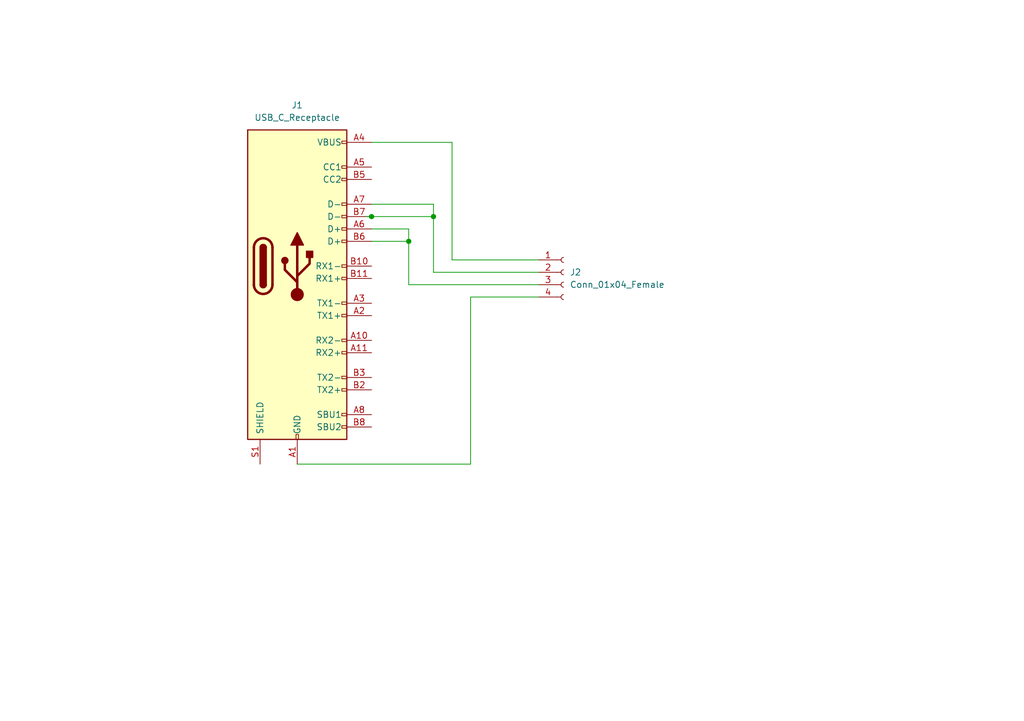
<source format=kicad_sch>
(kicad_sch (version 20211123) (generator eeschema)
  (paper "A5")
  (title_block (title "USB Type C Breakout board ") (date "2022-01-02") (rev "1"))
  (lib_symbols
    (symbol "Connector:Conn_01x04_Female" (pin_names (offset 1.016) hide)
      (property "Reference" "J" (at 0 5.08 0))
      (property "Value" "Conn_01x04_Female" (at 0 -7.62 0))
      (symbol "Conn_01x04_Female_1_1"
        (arc (start 0 -4.572) (mid -0.508 -5.08) (end 0 -5.588) (stroke (width 0.1524)))
        (arc (start 0 -2.032) (mid -0.508 -2.54) (end 0 -3.048) (stroke (width 0.1524)))
        (polyline (pts (xy -1.27 -5.08) (xy -0.508 -5.08)) (stroke (width 0.1524)))
        (polyline (pts (xy -1.27 -2.54) (xy -0.508 -2.54)) (stroke (width 0.1524)))
        (polyline (pts (xy -1.27 0) (xy -0.508 0)) (stroke (width 0.1524)))
        (polyline (pts (xy -1.27 2.54) (xy -0.508 2.54)) (stroke (width 0.1524)))
        (arc (start 0 0.508) (mid -0.508 0) (end 0 -0.508) (stroke (width 0.1524)))
        (arc (start 0 3.048) (mid -0.508 2.54) (end 0 2.032) (stroke (width 0.1524)))
        (pin passive line (at -5.08 2.54 0) (length 3.81) (name "Pin_1") (number "1"))
        (pin passive line (at -5.08 0 0) (length 3.81) (name "Pin_2") (number "2"))
        (pin passive line (at -5.08 -2.54 0) (length 3.81) (name "Pin_3") (number "3"))
        (pin passive line (at -5.08 -5.08 0) (length 3.81) (name "Pin_4") (number "4"))
      )
    )
    (symbol "Connector:USB_C_Receptacle" (pin_names (offset 1.016))
      (property "Reference" "J" (at -10.16 29.21 0))
      (property "Value" "USB_C_Receptacle" (at 10.16 29.21 0))
      (symbol "USB_C_Receptacle_0_0"
        (rectangle (start -0.254 -35.56) (end 0.254 -34.544))
        (rectangle (start 10.16 -32.766) (end 9.144 -33.274))
        (rectangle (start 10.16 -30.226) (end 9.144 -30.734))
        (rectangle (start 10.16 -25.146) (end 9.144 -25.654))
        (rectangle (start 10.16 -22.606) (end 9.144 -23.114))
        (rectangle (start 10.16 -17.526) (end 9.144 -18.034))
        (rectangle (start 10.16 -14.986) (end 9.144 -15.494))
        (rectangle (start 10.16 -9.906) (end 9.144 -10.414))
        (rectangle (start 10.16 -7.366) (end 9.144 -7.874))
        (rectangle (start 10.16 -2.286) (end 9.144 -2.794))
        (rectangle (start 10.16 0.254) (end 9.144 -0.254))
        (rectangle (start 10.16 5.334) (end 9.144 4.826))
        (rectangle (start 10.16 7.874) (end 9.144 7.366))
        (rectangle (start 10.16 10.414) (end 9.144 9.906))
        (rectangle (start 10.16 12.954) (end 9.144 12.446))
        (rectangle (start 10.16 18.034) (end 9.144 17.526))
        (rectangle (start 10.16 20.574) (end 9.144 20.066))
        (rectangle (start 10.16 25.654) (end 9.144 25.146))
      )
      (symbol "USB_C_Receptacle_0_1"
        (rectangle (start -10.16 27.94) (end 10.16 -35.56) (stroke (width 0.254)) (fill (type background)))
        (arc (start -8.89 -3.81) (mid -6.985 -5.715) (end -5.08 -3.81) (stroke (width 0.508)))
        (arc (start -7.62 -3.81) (mid -6.985 -4.445) (end -6.35 -3.81) (stroke (width 0.254)))
        (arc (start -7.62 -3.81) (mid -6.985 -4.445) (end -6.35 -3.81) (stroke (width 0.254)) (fill (type outline)))
        (rectangle (start -7.62 -3.81) (end -6.35 3.81) (stroke (width 0.254)) (fill (type outline)))
        (arc (start -6.35 3.81) (mid -6.985 4.445) (end -7.62 3.81) (stroke (width 0.254)))
        (arc (start -6.35 3.81) (mid -6.985 4.445) (end -7.62 3.81) (stroke (width 0.254)) (fill (type outline)))
        (arc (start -5.08 3.81) (mid -6.985 5.715) (end -8.89 3.81) (stroke (width 0.508)))
        (polyline (pts (xy -8.89 -3.81) (xy -8.89 3.81)) (stroke (width 0.508)))
        (polyline (pts (xy -5.08 3.81) (xy -5.08 -3.81)) (stroke (width 0.508)))
      )
      (symbol "USB_C_Receptacle_1_1"
        (circle (center -2.54 1.143) (radius 0.635) (stroke (width 0.254)) (fill (type outline)))
        (circle (center 0 -5.842) (radius 1.27) (fill (type outline)))
        (polyline (pts (xy 0 -5.842) (xy 0 4.318)) (stroke (width 0.508)))
        (polyline (pts (xy 0 -3.302) (xy -2.54 -0.762) (xy -2.54 0.508)) (stroke (width 0.508)))
        (polyline (pts (xy 0 -2.032) (xy 2.54 0.508) (xy 2.54 1.778)) (stroke (width 0.508)))
        (polyline (pts (xy -1.27 4.318) (xy 0 6.858) (xy 1.27 4.318) (xy -1.27 4.318)) (stroke (width 0.254)) (fill (type outline)))
        (rectangle (start 1.905 1.778) (end 3.175 3.048) (stroke (width 0.254)) (fill (type outline)))
        (pin passive line (at 0 -40.64 90) (length 5.08) (name "GND") (number "A1"))
        (pin bidirectional line (at 15.24 -15.24 180) (length 5.08) (name "RX2-") (number "A10"))
        (pin bidirectional line (at 15.24 -17.78 180) (length 5.08) (name "RX2+") (number "A11"))
        (pin passive line (at 0 -40.64 90) (length 5.08) hide (name "GND") (number "A12"))
        (pin bidirectional line (at 15.24 -10.16 180) (length 5.08) (name "TX1+") (number "A2"))
        (pin bidirectional line (at 15.24 -7.62 180) (length 5.08) (name "TX1-") (number "A3"))
        (pin passive line (at 15.24 25.4 180) (length 5.08) (name "VBUS") (number "A4"))
        (pin bidirectional line (at 15.24 20.32 180) (length 5.08) (name "CC1") (number "A5"))
        (pin bidirectional line (at 15.24 7.62 180) (length 5.08) (name "D+") (number "A6"))
        (pin bidirectional line (at 15.24 12.7 180) (length 5.08) (name "D-") (number "A7"))
        (pin bidirectional line (at 15.24 -30.48 180) (length 5.08) (name "SBU1") (number "A8"))
        (pin passive line (at 15.24 25.4 180) (length 5.08) hide (name "VBUS") (number "A9"))
        (pin passive line (at 0 -40.64 90) (length 5.08) hide (name "GND") (number "B1"))
        (pin bidirectional line (at 15.24 0 180) (length 5.08) (name "RX1-") (number "B10"))
        (pin bidirectional line (at 15.24 -2.54 180) (length 5.08) (name "RX1+") (number "B11"))
        (pin passive line (at 0 -40.64 90) (length 5.08) hide (name "GND") (number "B12"))
        (pin bidirectional line (at 15.24 -25.4 180) (length 5.08) (name "TX2+") (number "B2"))
        (pin bidirectional line (at 15.24 -22.86 180) (length 5.08) (name "TX2-") (number "B3"))
        (pin passive line (at 15.24 25.4 180) (length 5.08) hide (name "VBUS") (number "B4"))
        (pin bidirectional line (at 15.24 17.78 180) (length 5.08) (name "CC2") (number "B5"))
        (pin bidirectional line (at 15.24 5.08 180) (length 5.08) (name "D+") (number "B6"))
        (pin bidirectional line (at 15.24 10.16 180) (length 5.08) (name "D-") (number "B7"))
        (pin bidirectional line (at 15.24 -33.02 180) (length 5.08) (name "SBU2") (number "B8"))
        (pin passive line (at 15.24 25.4 180) (length 5.08) hide (name "VBUS") (number "B9"))
        (pin passive line (at -7.62 -40.64 90) (length 5.08) (name "SHIELD") (number "S1"))
      )
    )
  )
  (junction (at 83.82 49.53))
  (junction (at 76.2 44.45))
  (junction (at 88.9 44.45))
  (wire (pts (xy 88.9 44.45) (xy 88.9 55.88)))
  (wire (pts (xy 92.71 53.34) (xy 110.49 53.34)))
  (wire (pts (xy 76.2 41.91) (xy 88.9 41.91)))
  (wire (pts (xy 76.2 29.21) (xy 92.71 29.21)))
  (wire (pts (xy 96.52 60.96) (xy 110.49 60.96)))
  (wire (pts (xy 88.9 41.91) (xy 88.9 44.45)))
  (wire (pts (xy 92.71 29.21) (xy 92.71 53.34)))
  (wire (pts (xy 74.93 44.45) (xy 76.2 44.45)))
  (wire (pts (xy 60.96 95.25) (xy 96.52 95.25)))
  (wire (pts (xy 88.9 55.88) (xy 110.49 55.88)))
  (wire (pts (xy 83.82 49.53) (xy 83.82 58.42)))
  (wire (pts (xy 76.2 44.45) (xy 88.9 44.45)))
  (wire (pts (xy 96.52 95.25) (xy 96.52 60.96)))
  (wire (pts (xy 83.82 58.42) (xy 110.49 58.42)))
  (wire (pts (xy 76.2 46.99) (xy 83.82 46.99)))
  (wire (pts (xy 83.82 46.99) (xy 83.82 49.53)))
  (wire (pts (xy 76.2 49.53) (xy 83.82 49.53)))
  (symbol (lib_id "Connector:USB_C_Receptacle") (at 60.96 54.61 0) (unit 1)
    (property "Reference" "J1" (at 60.96 21.59 0))
    (property "Value" "USB_C_Receptacle" (at 60.96 24.13 0))
    (property "Footprint" "Connector_USB:USB_C_Receptacle_XKB_U262-16XN-4BVC11" (effects hide))
    (property "Datasheet" "https://www.usb.org/sites/default/files/documents/usb_type-c.zip" (effects hide))
  )
  (symbol (lib_id "Connector:Conn_01x04_Female") (at 115.57 55.88 0) (unit 1)
    (property "Reference" "J2" (at 116.84 55.8799 0) (effects (justify left)))
    (property "Value" "Conn_01x04_Female" (at 116.84 58.4199 0) (effects (justify left)))
    (property "Footprint" "Connector_Wire:SolderWire-0.1sqmm_1x04_P3.6mm_D0.4mm_OD1mm" (effects hide))
  )
)
</source>
